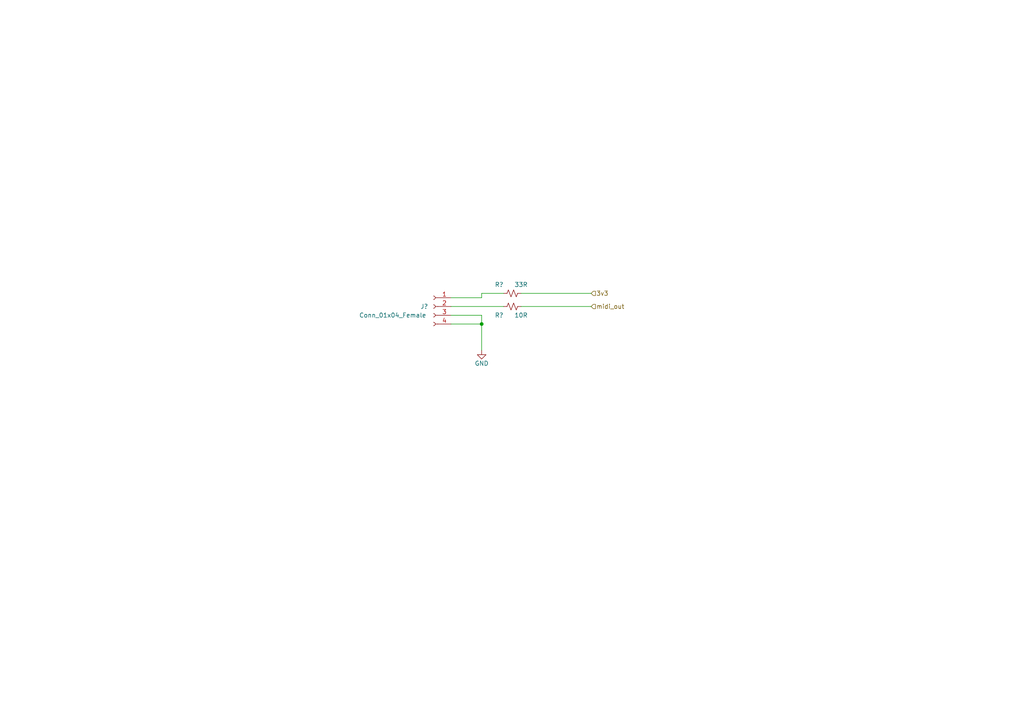
<source format=kicad_sch>
(kicad_sch (version 20210126) (generator eeschema)
  (paper "A4")
  (lib_symbols
    (symbol "Connector:Conn_01x04_Female" (pin_names (offset 1.016) hide)
      (property "Reference" "J" (at 0 5.08 0))
      (property "Value" "Conn_01x04_Female" (at 0 -7.62 0))
      (symbol "Conn_01x04_Female_1_1"
        (arc (start 0 -4.572) (end 0 -5.588) (radius (at 0 -5.08) (length 0.508) (angles 90.1 -90.1)) (stroke (width 0.1524)))
        (arc (start 0 -2.032) (end 0 -3.048) (radius (at 0 -2.54) (length 0.508) (angles 90.1 -90.1)) (stroke (width 0.1524)))
        (arc (start 0 0.508) (end 0 -0.508) (radius (at 0 0) (length 0.508) (angles 90.1 -90.1)) (stroke (width 0.1524)))
        (arc (start 0 3.048) (end 0 2.032) (radius (at 0 2.54) (length 0.508) (angles 90.1 -90.1)) (stroke (width 0.1524)))
        (polyline (pts (xy -1.27 -5.08) (xy -0.508 -5.08)) (stroke (width 0.1524)))
        (polyline (pts (xy -1.27 -2.54) (xy -0.508 -2.54)) (stroke (width 0.1524)))
        (polyline (pts (xy -1.27 0) (xy -0.508 0)) (stroke (width 0.1524)))
        (polyline (pts (xy -1.27 2.54) (xy -0.508 2.54)) (stroke (width 0.1524)))
        (pin passive line (at -5.08 2.54 0) (length 3.81) (name "Pin_1") (number "1"))
        (pin passive line (at -5.08 0 0) (length 3.81) (name "Pin_2") (number "2"))
        (pin passive line (at -5.08 -2.54 0) (length 3.81) (name "Pin_3") (number "3"))
        (pin passive line (at -5.08 -5.08 0) (length 3.81) (name "Pin_4") (number "4"))
      )
    )
    (symbol "Device:R_Small_US" (pin_numbers hide) (pin_names (offset 0.254) hide)
      (property "Reference" "R" (at 0.762 0.508 0))
      (property "Value" "R_Small_US" (at 0.762 -1.016 0))
      (symbol "R_Small_US_1_1"
        (polyline (pts (xy 0 0) (xy 1.016 -0.381) (xy 0 -0.762) (xy -1.016 -1.143) (xy 0 -1.524)))
        (polyline (pts (xy 0 1.524) (xy 1.016 1.143) (xy 0 0.762) (xy -1.016 0.381) (xy 0 0)))
        (pin passive line (at 0 2.54 270) (length 1.016) (name "~") (number "1"))
        (pin passive line (at 0 -2.54 90) (length 1.016) (name "~") (number "2"))
      )
    )
    (symbol "power:GND" (power) (pin_names (offset 0))
      (property "Value" "GND" (at 0 -3.81 0))
      (symbol "GND_0_1"
        (polyline (pts (xy 0 0) (xy 0 -1.27) (xy 1.27 -1.27) (xy 0 -2.54) (xy -1.27 -1.27) (xy 0 -1.27)))
      )
      (symbol "GND_1_1"
        (pin power_in line (at 0 0 270) (length 0) hide (name "GND") (number "1"))
      )
    )
  )
  (junction (at 139.7 93.98) (diameter 0.9144))
  (wire (pts (xy 130.81 88.9) (xy 146.05 88.9)))
  (wire (pts (xy 130.81 91.44) (xy 139.7 91.44)))
  (wire (pts (xy 130.81 93.98) (xy 139.7 93.98)))
  (wire (pts (xy 139.7 85.09) (xy 139.7 86.36)))
  (wire (pts (xy 139.7 86.36) (xy 130.81 86.36)))
  (wire (pts (xy 139.7 91.44) (xy 139.7 93.98)))
  (wire (pts (xy 139.7 93.98) (xy 139.7 101.6)))
  (wire (pts (xy 146.05 85.09) (xy 139.7 85.09)))
  (wire (pts (xy 151.13 85.09) (xy 171.45 85.09)))
  (wire (pts (xy 151.13 88.9) (xy 171.45 88.9)))
  (hierarchical_label "3v3" (shape input) (at 171.45 85.09 0))
  (hierarchical_label "midi_out" (shape input) (at 171.45 88.9 0))
  (symbol (lib_id "power:GND") (at 139.7 101.6 0) (unit 1)
    (property "Reference" "#PWR?" (effects hide))
    (property "Value" "GND" (at 139.7 105.41 0))
  )
  (symbol (lib_id "Device:R_Small_US") (at 148.59 85.09 90) (unit 1)
    (property "Reference" "R?" (at 144.78 82.55 90))
    (property "Value" "33R" (at 151.13 82.55 90))
  )
  (symbol (lib_id "Device:R_Small_US") (at 148.59 88.9 270) (unit 1)
    (property "Reference" "R?" (at 144.78 91.44 90))
    (property "Value" "10R" (at 151.13 91.44 90))
  )
  (symbol (lib_id "Connector:Conn_01x04_Female") (at 125.73 88.9 0) (mirror y) (unit 1)
    (property "Reference" "J?" (at 121.92 88.9 0) (effects (justify right)))
    (property "Value" "Conn_01x04_Female" (at 104.14 91.44 0) (effects (justify right)))
  )
)
</source>
